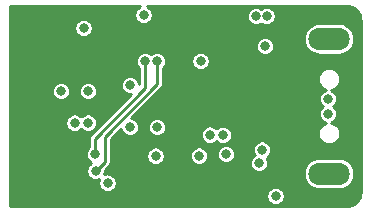
<source format=gbr>
G04 #@! TF.GenerationSoftware,KiCad,Pcbnew,5.1.6-c6e7f7d~86~ubuntu20.04.1*
G04 #@! TF.CreationDate,2020-05-29T14:13:17+02:00*
G04 #@! TF.ProjectId,atari-usb,61746172-692d-4757-9362-2e6b69636164,rev?*
G04 #@! TF.SameCoordinates,Original*
G04 #@! TF.FileFunction,Copper,L2,Inr*
G04 #@! TF.FilePolarity,Positive*
%FSLAX46Y46*%
G04 Gerber Fmt 4.6, Leading zero omitted, Abs format (unit mm)*
G04 Created by KiCad (PCBNEW 5.1.6-c6e7f7d~86~ubuntu20.04.1) date 2020-05-29 14:13:17*
%MOMM*%
%LPD*%
G01*
G04 APERTURE LIST*
G04 #@! TA.AperFunction,ViaPad*
%ADD10O,3.500000X1.900000*%
G04 #@! TD*
G04 #@! TA.AperFunction,ViaPad*
%ADD11C,0.800000*%
G04 #@! TD*
G04 #@! TA.AperFunction,Conductor*
%ADD12C,0.250000*%
G04 #@! TD*
G04 #@! TA.AperFunction,Conductor*
%ADD13C,0.254000*%
G04 #@! TD*
G04 APERTURE END LIST*
D10*
X149310000Y-90155000D03*
X149310000Y-78755000D03*
D11*
X149225000Y-85090000D03*
X149225000Y-83820000D03*
X148336000Y-84455000D03*
X140462000Y-82550000D03*
X126619000Y-85852000D03*
X128905000Y-92075000D03*
X129794000Y-76708000D03*
X132715012Y-80645000D03*
X139192000Y-82550000D03*
X130810000Y-89916000D03*
X146431000Y-89916000D03*
X149352000Y-80645000D03*
X134620000Y-88646000D03*
X138303000Y-88646000D03*
X126619000Y-83185000D03*
X133604000Y-76708000D03*
X144018000Y-76835000D03*
X143129000Y-76835000D03*
X144780000Y-92075000D03*
X130556000Y-90932000D03*
X143891000Y-79375000D03*
X140589000Y-88519000D03*
X134747000Y-80645000D03*
X129540000Y-89916000D03*
X129474998Y-88519000D03*
X133735653Y-80649653D03*
X127762000Y-85852000D03*
X128905000Y-85852000D03*
X128905000Y-83185000D03*
X128524000Y-77851000D03*
X132461000Y-82677000D03*
X134747000Y-86233000D03*
X139207997Y-86868012D03*
X132461000Y-86233000D03*
X143383000Y-89281000D03*
X140308961Y-86882423D03*
X143637000Y-88138000D03*
X138430000Y-80645000D03*
D12*
X134747000Y-81210685D02*
X134747000Y-80645000D01*
X130302000Y-87024911D02*
X134747000Y-82579911D01*
X130302000Y-89154000D02*
X130302000Y-87024911D01*
X134747000Y-82579911D02*
X134747000Y-81210685D01*
X129540000Y-89916000D02*
X130302000Y-89154000D01*
X129474998Y-87215503D02*
X129474998Y-88519000D01*
X133735653Y-82954848D02*
X129474998Y-87215503D01*
X133735653Y-80649653D02*
X133735653Y-82954848D01*
D13*
G36*
X133234058Y-76015887D02*
G01*
X133106141Y-76101358D01*
X132997358Y-76210141D01*
X132911887Y-76338058D01*
X132853013Y-76480191D01*
X132823000Y-76631078D01*
X132823000Y-76784922D01*
X132853013Y-76935809D01*
X132911887Y-77077942D01*
X132997358Y-77205859D01*
X133106141Y-77314642D01*
X133234058Y-77400113D01*
X133376191Y-77458987D01*
X133527078Y-77489000D01*
X133680922Y-77489000D01*
X133831809Y-77458987D01*
X133973942Y-77400113D01*
X134101859Y-77314642D01*
X134210642Y-77205859D01*
X134296113Y-77077942D01*
X134354987Y-76935809D01*
X134385000Y-76784922D01*
X134385000Y-76758078D01*
X142348000Y-76758078D01*
X142348000Y-76911922D01*
X142378013Y-77062809D01*
X142436887Y-77204942D01*
X142522358Y-77332859D01*
X142631141Y-77441642D01*
X142759058Y-77527113D01*
X142901191Y-77585987D01*
X143052078Y-77616000D01*
X143205922Y-77616000D01*
X143356809Y-77585987D01*
X143498942Y-77527113D01*
X143573500Y-77477295D01*
X143648058Y-77527113D01*
X143790191Y-77585987D01*
X143941078Y-77616000D01*
X144094922Y-77616000D01*
X144245809Y-77585987D01*
X144387942Y-77527113D01*
X144515859Y-77441642D01*
X144624642Y-77332859D01*
X144710113Y-77204942D01*
X144768987Y-77062809D01*
X144799000Y-76911922D01*
X144799000Y-76758078D01*
X144768987Y-76607191D01*
X144710113Y-76465058D01*
X144624642Y-76337141D01*
X144515859Y-76228358D01*
X144387942Y-76142887D01*
X144245809Y-76084013D01*
X144094922Y-76054000D01*
X143941078Y-76054000D01*
X143790191Y-76084013D01*
X143648058Y-76142887D01*
X143573500Y-76192705D01*
X143498942Y-76142887D01*
X143356809Y-76084013D01*
X143205922Y-76054000D01*
X143052078Y-76054000D01*
X142901191Y-76084013D01*
X142759058Y-76142887D01*
X142631141Y-76228358D01*
X142522358Y-76337141D01*
X142436887Y-76465058D01*
X142378013Y-76607191D01*
X142348000Y-76758078D01*
X134385000Y-76758078D01*
X134385000Y-76631078D01*
X134354987Y-76480191D01*
X134296113Y-76338058D01*
X134210642Y-76210141D01*
X134101859Y-76101358D01*
X133973942Y-76015887D01*
X133865576Y-75971000D01*
X150729146Y-75971000D01*
X150990442Y-75996620D01*
X151222693Y-76066741D01*
X151436897Y-76180636D01*
X151624898Y-76333966D01*
X151779537Y-76520892D01*
X151894925Y-76734297D01*
X151966664Y-76966050D01*
X151994000Y-77226133D01*
X151994001Y-91674136D01*
X151968380Y-91935442D01*
X151898260Y-92167692D01*
X151784368Y-92381891D01*
X151631036Y-92569896D01*
X151444109Y-92724536D01*
X151230702Y-92839925D01*
X150998951Y-92911664D01*
X150738867Y-92939000D01*
X122326000Y-92939000D01*
X122326000Y-91998078D01*
X143999000Y-91998078D01*
X143999000Y-92151922D01*
X144029013Y-92302809D01*
X144087887Y-92444942D01*
X144173358Y-92572859D01*
X144282141Y-92681642D01*
X144410058Y-92767113D01*
X144552191Y-92825987D01*
X144703078Y-92856000D01*
X144856922Y-92856000D01*
X145007809Y-92825987D01*
X145149942Y-92767113D01*
X145277859Y-92681642D01*
X145386642Y-92572859D01*
X145472113Y-92444942D01*
X145530987Y-92302809D01*
X145561000Y-92151922D01*
X145561000Y-91998078D01*
X145530987Y-91847191D01*
X145472113Y-91705058D01*
X145386642Y-91577141D01*
X145277859Y-91468358D01*
X145149942Y-91382887D01*
X145007809Y-91324013D01*
X144856922Y-91294000D01*
X144703078Y-91294000D01*
X144552191Y-91324013D01*
X144410058Y-91382887D01*
X144282141Y-91468358D01*
X144173358Y-91577141D01*
X144087887Y-91705058D01*
X144029013Y-91847191D01*
X143999000Y-91998078D01*
X122326000Y-91998078D01*
X122326000Y-88442078D01*
X128693998Y-88442078D01*
X128693998Y-88595922D01*
X128724011Y-88746809D01*
X128782885Y-88888942D01*
X128868356Y-89016859D01*
X128977139Y-89125642D01*
X129105056Y-89211113D01*
X129156984Y-89232623D01*
X129042141Y-89309358D01*
X128933358Y-89418141D01*
X128847887Y-89546058D01*
X128789013Y-89688191D01*
X128759000Y-89839078D01*
X128759000Y-89992922D01*
X128789013Y-90143809D01*
X128847887Y-90285942D01*
X128933358Y-90413859D01*
X129042141Y-90522642D01*
X129170058Y-90608113D01*
X129312191Y-90666987D01*
X129463078Y-90697000D01*
X129616922Y-90697000D01*
X129767809Y-90666987D01*
X129831321Y-90640679D01*
X129805013Y-90704191D01*
X129775000Y-90855078D01*
X129775000Y-91008922D01*
X129805013Y-91159809D01*
X129863887Y-91301942D01*
X129949358Y-91429859D01*
X130058141Y-91538642D01*
X130186058Y-91624113D01*
X130328191Y-91682987D01*
X130479078Y-91713000D01*
X130632922Y-91713000D01*
X130783809Y-91682987D01*
X130925942Y-91624113D01*
X131053859Y-91538642D01*
X131162642Y-91429859D01*
X131248113Y-91301942D01*
X131306987Y-91159809D01*
X131337000Y-91008922D01*
X131337000Y-90855078D01*
X131306987Y-90704191D01*
X131248113Y-90562058D01*
X131162642Y-90434141D01*
X131053859Y-90325358D01*
X130925942Y-90239887D01*
X130783809Y-90181013D01*
X130653032Y-90155000D01*
X147172560Y-90155000D01*
X147198259Y-90415922D01*
X147274367Y-90666816D01*
X147397959Y-90898042D01*
X147564287Y-91100713D01*
X147766958Y-91267041D01*
X147998184Y-91390633D01*
X148249078Y-91466741D01*
X148444615Y-91486000D01*
X150175385Y-91486000D01*
X150370922Y-91466741D01*
X150621816Y-91390633D01*
X150853042Y-91267041D01*
X151055713Y-91100713D01*
X151222041Y-90898042D01*
X151345633Y-90666816D01*
X151421741Y-90415922D01*
X151447440Y-90155000D01*
X151421741Y-89894078D01*
X151345633Y-89643184D01*
X151222041Y-89411958D01*
X151055713Y-89209287D01*
X150853042Y-89042959D01*
X150621816Y-88919367D01*
X150370922Y-88843259D01*
X150175385Y-88824000D01*
X148444615Y-88824000D01*
X148249078Y-88843259D01*
X147998184Y-88919367D01*
X147766958Y-89042959D01*
X147564287Y-89209287D01*
X147397959Y-89411958D01*
X147274367Y-89643184D01*
X147198259Y-89894078D01*
X147172560Y-90155000D01*
X130653032Y-90155000D01*
X130632922Y-90151000D01*
X130479078Y-90151000D01*
X130328191Y-90181013D01*
X130264679Y-90207321D01*
X130290987Y-90143809D01*
X130321000Y-89992922D01*
X130321000Y-89850592D01*
X130642220Y-89529372D01*
X130661527Y-89513527D01*
X130724759Y-89436479D01*
X130771745Y-89348575D01*
X130800678Y-89253193D01*
X130808000Y-89178854D01*
X130808000Y-89178853D01*
X130810448Y-89154000D01*
X130808000Y-89129146D01*
X130808000Y-88569078D01*
X133839000Y-88569078D01*
X133839000Y-88722922D01*
X133869013Y-88873809D01*
X133927887Y-89015942D01*
X134013358Y-89143859D01*
X134122141Y-89252642D01*
X134250058Y-89338113D01*
X134392191Y-89396987D01*
X134543078Y-89427000D01*
X134696922Y-89427000D01*
X134847809Y-89396987D01*
X134989942Y-89338113D01*
X135117859Y-89252642D01*
X135226642Y-89143859D01*
X135312113Y-89015942D01*
X135370987Y-88873809D01*
X135401000Y-88722922D01*
X135401000Y-88569078D01*
X137522000Y-88569078D01*
X137522000Y-88722922D01*
X137552013Y-88873809D01*
X137610887Y-89015942D01*
X137696358Y-89143859D01*
X137805141Y-89252642D01*
X137933058Y-89338113D01*
X138075191Y-89396987D01*
X138226078Y-89427000D01*
X138379922Y-89427000D01*
X138530809Y-89396987D01*
X138672942Y-89338113D01*
X138800859Y-89252642D01*
X138909642Y-89143859D01*
X138995113Y-89015942D01*
X139053987Y-88873809D01*
X139084000Y-88722922D01*
X139084000Y-88569078D01*
X139058739Y-88442078D01*
X139808000Y-88442078D01*
X139808000Y-88595922D01*
X139838013Y-88746809D01*
X139896887Y-88888942D01*
X139982358Y-89016859D01*
X140091141Y-89125642D01*
X140219058Y-89211113D01*
X140361191Y-89269987D01*
X140512078Y-89300000D01*
X140665922Y-89300000D01*
X140816809Y-89269987D01*
X140958942Y-89211113D01*
X140969470Y-89204078D01*
X142602000Y-89204078D01*
X142602000Y-89357922D01*
X142632013Y-89508809D01*
X142690887Y-89650942D01*
X142776358Y-89778859D01*
X142885141Y-89887642D01*
X143013058Y-89973113D01*
X143155191Y-90031987D01*
X143306078Y-90062000D01*
X143459922Y-90062000D01*
X143610809Y-90031987D01*
X143752942Y-89973113D01*
X143880859Y-89887642D01*
X143989642Y-89778859D01*
X144075113Y-89650942D01*
X144133987Y-89508809D01*
X144164000Y-89357922D01*
X144164000Y-89204078D01*
X144133987Y-89053191D01*
X144075113Y-88911058D01*
X144016680Y-88823606D01*
X144134859Y-88744642D01*
X144243642Y-88635859D01*
X144329113Y-88507942D01*
X144387987Y-88365809D01*
X144418000Y-88214922D01*
X144418000Y-88061078D01*
X144387987Y-87910191D01*
X144329113Y-87768058D01*
X144243642Y-87640141D01*
X144134859Y-87531358D01*
X144006942Y-87445887D01*
X143864809Y-87387013D01*
X143713922Y-87357000D01*
X143560078Y-87357000D01*
X143409191Y-87387013D01*
X143267058Y-87445887D01*
X143139141Y-87531358D01*
X143030358Y-87640141D01*
X142944887Y-87768058D01*
X142886013Y-87910191D01*
X142856000Y-88061078D01*
X142856000Y-88214922D01*
X142886013Y-88365809D01*
X142944887Y-88507942D01*
X143003320Y-88595394D01*
X142885141Y-88674358D01*
X142776358Y-88783141D01*
X142690887Y-88911058D01*
X142632013Y-89053191D01*
X142602000Y-89204078D01*
X140969470Y-89204078D01*
X141086859Y-89125642D01*
X141195642Y-89016859D01*
X141281113Y-88888942D01*
X141339987Y-88746809D01*
X141370000Y-88595922D01*
X141370000Y-88442078D01*
X141339987Y-88291191D01*
X141281113Y-88149058D01*
X141195642Y-88021141D01*
X141086859Y-87912358D01*
X140958942Y-87826887D01*
X140816809Y-87768013D01*
X140665922Y-87738000D01*
X140512078Y-87738000D01*
X140361191Y-87768013D01*
X140219058Y-87826887D01*
X140091141Y-87912358D01*
X139982358Y-88021141D01*
X139896887Y-88149058D01*
X139838013Y-88291191D01*
X139808000Y-88442078D01*
X139058739Y-88442078D01*
X139053987Y-88418191D01*
X138995113Y-88276058D01*
X138909642Y-88148141D01*
X138800859Y-88039358D01*
X138672942Y-87953887D01*
X138530809Y-87895013D01*
X138379922Y-87865000D01*
X138226078Y-87865000D01*
X138075191Y-87895013D01*
X137933058Y-87953887D01*
X137805141Y-88039358D01*
X137696358Y-88148141D01*
X137610887Y-88276058D01*
X137552013Y-88418191D01*
X137522000Y-88569078D01*
X135401000Y-88569078D01*
X135370987Y-88418191D01*
X135312113Y-88276058D01*
X135226642Y-88148141D01*
X135117859Y-88039358D01*
X134989942Y-87953887D01*
X134847809Y-87895013D01*
X134696922Y-87865000D01*
X134543078Y-87865000D01*
X134392191Y-87895013D01*
X134250058Y-87953887D01*
X134122141Y-88039358D01*
X134013358Y-88148141D01*
X133927887Y-88276058D01*
X133869013Y-88418191D01*
X133839000Y-88569078D01*
X130808000Y-88569078D01*
X130808000Y-87234502D01*
X131688724Y-86353779D01*
X131710013Y-86460809D01*
X131768887Y-86602942D01*
X131854358Y-86730859D01*
X131963141Y-86839642D01*
X132091058Y-86925113D01*
X132233191Y-86983987D01*
X132384078Y-87014000D01*
X132537922Y-87014000D01*
X132688809Y-86983987D01*
X132830942Y-86925113D01*
X132958859Y-86839642D01*
X133067642Y-86730859D01*
X133153113Y-86602942D01*
X133211987Y-86460809D01*
X133242000Y-86309922D01*
X133242000Y-86156078D01*
X133966000Y-86156078D01*
X133966000Y-86309922D01*
X133996013Y-86460809D01*
X134054887Y-86602942D01*
X134140358Y-86730859D01*
X134249141Y-86839642D01*
X134377058Y-86925113D01*
X134519191Y-86983987D01*
X134670078Y-87014000D01*
X134823922Y-87014000D01*
X134974809Y-86983987D01*
X135116942Y-86925113D01*
X135244859Y-86839642D01*
X135293411Y-86791090D01*
X138426997Y-86791090D01*
X138426997Y-86944934D01*
X138457010Y-87095821D01*
X138515884Y-87237954D01*
X138601355Y-87365871D01*
X138710138Y-87474654D01*
X138838055Y-87560125D01*
X138980188Y-87618999D01*
X139131075Y-87649012D01*
X139284919Y-87649012D01*
X139435806Y-87618999D01*
X139577939Y-87560125D01*
X139705856Y-87474654D01*
X139751274Y-87429237D01*
X139811102Y-87489065D01*
X139939019Y-87574536D01*
X140081152Y-87633410D01*
X140232039Y-87663423D01*
X140385883Y-87663423D01*
X140536770Y-87633410D01*
X140678903Y-87574536D01*
X140806820Y-87489065D01*
X140915603Y-87380282D01*
X141001074Y-87252365D01*
X141059948Y-87110232D01*
X141089961Y-86959345D01*
X141089961Y-86805501D01*
X141059948Y-86654614D01*
X141001074Y-86512481D01*
X140915603Y-86384564D01*
X140806820Y-86275781D01*
X140678903Y-86190310D01*
X140536770Y-86131436D01*
X140385883Y-86101423D01*
X140232039Y-86101423D01*
X140081152Y-86131436D01*
X139939019Y-86190310D01*
X139811102Y-86275781D01*
X139765685Y-86321199D01*
X139705856Y-86261370D01*
X139577939Y-86175899D01*
X139435806Y-86117025D01*
X139284919Y-86087012D01*
X139131075Y-86087012D01*
X138980188Y-86117025D01*
X138838055Y-86175899D01*
X138710138Y-86261370D01*
X138601355Y-86370153D01*
X138515884Y-86498070D01*
X138457010Y-86640203D01*
X138426997Y-86791090D01*
X135293411Y-86791090D01*
X135353642Y-86730859D01*
X135439113Y-86602942D01*
X135497987Y-86460809D01*
X135528000Y-86309922D01*
X135528000Y-86156078D01*
X135497987Y-86005191D01*
X135439113Y-85863058D01*
X135353642Y-85735141D01*
X135244859Y-85626358D01*
X135116942Y-85540887D01*
X134974809Y-85482013D01*
X134823922Y-85452000D01*
X134670078Y-85452000D01*
X134519191Y-85482013D01*
X134377058Y-85540887D01*
X134249141Y-85626358D01*
X134140358Y-85735141D01*
X134054887Y-85863058D01*
X133996013Y-86005191D01*
X133966000Y-86156078D01*
X133242000Y-86156078D01*
X133211987Y-86005191D01*
X133153113Y-85863058D01*
X133067642Y-85735141D01*
X132958859Y-85626358D01*
X132830942Y-85540887D01*
X132688809Y-85482013D01*
X132581779Y-85460724D01*
X135087220Y-82955283D01*
X135106527Y-82939438D01*
X135169759Y-82862390D01*
X135216745Y-82774486D01*
X135245678Y-82679104D01*
X135253000Y-82604765D01*
X135253000Y-82604758D01*
X135255447Y-82579912D01*
X135253000Y-82555066D01*
X135253000Y-82063304D01*
X148379000Y-82063304D01*
X148379000Y-82246696D01*
X148414778Y-82426563D01*
X148484958Y-82595994D01*
X148586845Y-82748478D01*
X148716522Y-82878155D01*
X148869006Y-82980042D01*
X149038437Y-83050222D01*
X149065049Y-83055515D01*
X148997191Y-83069013D01*
X148855058Y-83127887D01*
X148727141Y-83213358D01*
X148618358Y-83322141D01*
X148532887Y-83450058D01*
X148474013Y-83592191D01*
X148444000Y-83743078D01*
X148444000Y-83896922D01*
X148474013Y-84047809D01*
X148532887Y-84189942D01*
X148618358Y-84317859D01*
X148727141Y-84426642D01*
X148769582Y-84455000D01*
X148727141Y-84483358D01*
X148618358Y-84592141D01*
X148532887Y-84720058D01*
X148474013Y-84862191D01*
X148444000Y-85013078D01*
X148444000Y-85166922D01*
X148474013Y-85317809D01*
X148532887Y-85459942D01*
X148618358Y-85587859D01*
X148727141Y-85696642D01*
X148855058Y-85782113D01*
X148997191Y-85840987D01*
X149065049Y-85854485D01*
X149038437Y-85859778D01*
X148869006Y-85929958D01*
X148716522Y-86031845D01*
X148586845Y-86161522D01*
X148484958Y-86314006D01*
X148414778Y-86483437D01*
X148379000Y-86663304D01*
X148379000Y-86846696D01*
X148414778Y-87026563D01*
X148484958Y-87195994D01*
X148586845Y-87348478D01*
X148716522Y-87478155D01*
X148869006Y-87580042D01*
X149038437Y-87650222D01*
X149218304Y-87686000D01*
X149401696Y-87686000D01*
X149581563Y-87650222D01*
X149750994Y-87580042D01*
X149903478Y-87478155D01*
X150033155Y-87348478D01*
X150135042Y-87195994D01*
X150205222Y-87026563D01*
X150241000Y-86846696D01*
X150241000Y-86663304D01*
X150205222Y-86483437D01*
X150135042Y-86314006D01*
X150033155Y-86161522D01*
X149903478Y-86031845D01*
X149750994Y-85929958D01*
X149581563Y-85859778D01*
X149463932Y-85836380D01*
X149594942Y-85782113D01*
X149722859Y-85696642D01*
X149831642Y-85587859D01*
X149917113Y-85459942D01*
X149975987Y-85317809D01*
X150006000Y-85166922D01*
X150006000Y-85013078D01*
X149975987Y-84862191D01*
X149917113Y-84720058D01*
X149831642Y-84592141D01*
X149722859Y-84483358D01*
X149680418Y-84455000D01*
X149722859Y-84426642D01*
X149831642Y-84317859D01*
X149917113Y-84189942D01*
X149975987Y-84047809D01*
X150006000Y-83896922D01*
X150006000Y-83743078D01*
X149975987Y-83592191D01*
X149917113Y-83450058D01*
X149831642Y-83322141D01*
X149722859Y-83213358D01*
X149594942Y-83127887D01*
X149463932Y-83073620D01*
X149581563Y-83050222D01*
X149750994Y-82980042D01*
X149903478Y-82878155D01*
X150033155Y-82748478D01*
X150135042Y-82595994D01*
X150205222Y-82426563D01*
X150241000Y-82246696D01*
X150241000Y-82063304D01*
X150205222Y-81883437D01*
X150135042Y-81714006D01*
X150033155Y-81561522D01*
X149903478Y-81431845D01*
X149750994Y-81329958D01*
X149581563Y-81259778D01*
X149401696Y-81224000D01*
X149218304Y-81224000D01*
X149038437Y-81259778D01*
X148869006Y-81329958D01*
X148716522Y-81431845D01*
X148586845Y-81561522D01*
X148484958Y-81714006D01*
X148414778Y-81883437D01*
X148379000Y-82063304D01*
X135253000Y-82063304D01*
X135253000Y-81243501D01*
X135353642Y-81142859D01*
X135439113Y-81014942D01*
X135497987Y-80872809D01*
X135528000Y-80721922D01*
X135528000Y-80568078D01*
X137649000Y-80568078D01*
X137649000Y-80721922D01*
X137679013Y-80872809D01*
X137737887Y-81014942D01*
X137823358Y-81142859D01*
X137932141Y-81251642D01*
X138060058Y-81337113D01*
X138202191Y-81395987D01*
X138353078Y-81426000D01*
X138506922Y-81426000D01*
X138657809Y-81395987D01*
X138799942Y-81337113D01*
X138927859Y-81251642D01*
X139036642Y-81142859D01*
X139122113Y-81014942D01*
X139180987Y-80872809D01*
X139211000Y-80721922D01*
X139211000Y-80568078D01*
X139180987Y-80417191D01*
X139122113Y-80275058D01*
X139036642Y-80147141D01*
X138927859Y-80038358D01*
X138799942Y-79952887D01*
X138657809Y-79894013D01*
X138506922Y-79864000D01*
X138353078Y-79864000D01*
X138202191Y-79894013D01*
X138060058Y-79952887D01*
X137932141Y-80038358D01*
X137823358Y-80147141D01*
X137737887Y-80275058D01*
X137679013Y-80417191D01*
X137649000Y-80568078D01*
X135528000Y-80568078D01*
X135497987Y-80417191D01*
X135439113Y-80275058D01*
X135353642Y-80147141D01*
X135244859Y-80038358D01*
X135116942Y-79952887D01*
X134974809Y-79894013D01*
X134823922Y-79864000D01*
X134670078Y-79864000D01*
X134519191Y-79894013D01*
X134377058Y-79952887D01*
X134249141Y-80038358D01*
X134239000Y-80048499D01*
X134233512Y-80043011D01*
X134105595Y-79957540D01*
X133963462Y-79898666D01*
X133812575Y-79868653D01*
X133658731Y-79868653D01*
X133507844Y-79898666D01*
X133365711Y-79957540D01*
X133237794Y-80043011D01*
X133129011Y-80151794D01*
X133043540Y-80279711D01*
X132984666Y-80421844D01*
X132954653Y-80572731D01*
X132954653Y-80726575D01*
X132984666Y-80877462D01*
X133043540Y-81019595D01*
X133129011Y-81147512D01*
X133229653Y-81248154D01*
X133229654Y-82538009D01*
X133211987Y-82449191D01*
X133153113Y-82307058D01*
X133067642Y-82179141D01*
X132958859Y-82070358D01*
X132830942Y-81984887D01*
X132688809Y-81926013D01*
X132537922Y-81896000D01*
X132384078Y-81896000D01*
X132233191Y-81926013D01*
X132091058Y-81984887D01*
X131963141Y-82070358D01*
X131854358Y-82179141D01*
X131768887Y-82307058D01*
X131710013Y-82449191D01*
X131680000Y-82600078D01*
X131680000Y-82753922D01*
X131710013Y-82904809D01*
X131768887Y-83046942D01*
X131854358Y-83174859D01*
X131963141Y-83283642D01*
X132091058Y-83369113D01*
X132233191Y-83427987D01*
X132384078Y-83458000D01*
X132516909Y-83458000D01*
X129134783Y-86840127D01*
X129115471Y-86855976D01*
X129052239Y-86933024D01*
X129005253Y-87020929D01*
X128976320Y-87116311D01*
X128968998Y-87190650D01*
X128968998Y-87190657D01*
X128966551Y-87215503D01*
X128968998Y-87240350D01*
X128968999Y-87920498D01*
X128868356Y-88021141D01*
X128782885Y-88149058D01*
X128724011Y-88291191D01*
X128693998Y-88442078D01*
X122326000Y-88442078D01*
X122326000Y-85775078D01*
X126981000Y-85775078D01*
X126981000Y-85928922D01*
X127011013Y-86079809D01*
X127069887Y-86221942D01*
X127155358Y-86349859D01*
X127264141Y-86458642D01*
X127392058Y-86544113D01*
X127534191Y-86602987D01*
X127685078Y-86633000D01*
X127838922Y-86633000D01*
X127989809Y-86602987D01*
X128131942Y-86544113D01*
X128259859Y-86458642D01*
X128333500Y-86385001D01*
X128407141Y-86458642D01*
X128535058Y-86544113D01*
X128677191Y-86602987D01*
X128828078Y-86633000D01*
X128981922Y-86633000D01*
X129132809Y-86602987D01*
X129274942Y-86544113D01*
X129402859Y-86458642D01*
X129511642Y-86349859D01*
X129597113Y-86221942D01*
X129655987Y-86079809D01*
X129686000Y-85928922D01*
X129686000Y-85775078D01*
X129655987Y-85624191D01*
X129597113Y-85482058D01*
X129511642Y-85354141D01*
X129402859Y-85245358D01*
X129274942Y-85159887D01*
X129132809Y-85101013D01*
X128981922Y-85071000D01*
X128828078Y-85071000D01*
X128677191Y-85101013D01*
X128535058Y-85159887D01*
X128407141Y-85245358D01*
X128333500Y-85318999D01*
X128259859Y-85245358D01*
X128131942Y-85159887D01*
X127989809Y-85101013D01*
X127838922Y-85071000D01*
X127685078Y-85071000D01*
X127534191Y-85101013D01*
X127392058Y-85159887D01*
X127264141Y-85245358D01*
X127155358Y-85354141D01*
X127069887Y-85482058D01*
X127011013Y-85624191D01*
X126981000Y-85775078D01*
X122326000Y-85775078D01*
X122326000Y-83108078D01*
X125838000Y-83108078D01*
X125838000Y-83261922D01*
X125868013Y-83412809D01*
X125926887Y-83554942D01*
X126012358Y-83682859D01*
X126121141Y-83791642D01*
X126249058Y-83877113D01*
X126391191Y-83935987D01*
X126542078Y-83966000D01*
X126695922Y-83966000D01*
X126846809Y-83935987D01*
X126988942Y-83877113D01*
X127116859Y-83791642D01*
X127225642Y-83682859D01*
X127311113Y-83554942D01*
X127369987Y-83412809D01*
X127400000Y-83261922D01*
X127400000Y-83108078D01*
X128124000Y-83108078D01*
X128124000Y-83261922D01*
X128154013Y-83412809D01*
X128212887Y-83554942D01*
X128298358Y-83682859D01*
X128407141Y-83791642D01*
X128535058Y-83877113D01*
X128677191Y-83935987D01*
X128828078Y-83966000D01*
X128981922Y-83966000D01*
X129132809Y-83935987D01*
X129274942Y-83877113D01*
X129402859Y-83791642D01*
X129511642Y-83682859D01*
X129597113Y-83554942D01*
X129655987Y-83412809D01*
X129686000Y-83261922D01*
X129686000Y-83108078D01*
X129655987Y-82957191D01*
X129597113Y-82815058D01*
X129511642Y-82687141D01*
X129402859Y-82578358D01*
X129274942Y-82492887D01*
X129132809Y-82434013D01*
X128981922Y-82404000D01*
X128828078Y-82404000D01*
X128677191Y-82434013D01*
X128535058Y-82492887D01*
X128407141Y-82578358D01*
X128298358Y-82687141D01*
X128212887Y-82815058D01*
X128154013Y-82957191D01*
X128124000Y-83108078D01*
X127400000Y-83108078D01*
X127369987Y-82957191D01*
X127311113Y-82815058D01*
X127225642Y-82687141D01*
X127116859Y-82578358D01*
X126988942Y-82492887D01*
X126846809Y-82434013D01*
X126695922Y-82404000D01*
X126542078Y-82404000D01*
X126391191Y-82434013D01*
X126249058Y-82492887D01*
X126121141Y-82578358D01*
X126012358Y-82687141D01*
X125926887Y-82815058D01*
X125868013Y-82957191D01*
X125838000Y-83108078D01*
X122326000Y-83108078D01*
X122326000Y-79298078D01*
X143110000Y-79298078D01*
X143110000Y-79451922D01*
X143140013Y-79602809D01*
X143198887Y-79744942D01*
X143284358Y-79872859D01*
X143393141Y-79981642D01*
X143521058Y-80067113D01*
X143663191Y-80125987D01*
X143814078Y-80156000D01*
X143967922Y-80156000D01*
X144118809Y-80125987D01*
X144260942Y-80067113D01*
X144388859Y-79981642D01*
X144497642Y-79872859D01*
X144583113Y-79744942D01*
X144641987Y-79602809D01*
X144672000Y-79451922D01*
X144672000Y-79298078D01*
X144641987Y-79147191D01*
X144583113Y-79005058D01*
X144497642Y-78877141D01*
X144388859Y-78768358D01*
X144368868Y-78755000D01*
X147172560Y-78755000D01*
X147198259Y-79015922D01*
X147274367Y-79266816D01*
X147397959Y-79498042D01*
X147564287Y-79700713D01*
X147766958Y-79867041D01*
X147998184Y-79990633D01*
X148249078Y-80066741D01*
X148444615Y-80086000D01*
X150175385Y-80086000D01*
X150370922Y-80066741D01*
X150621816Y-79990633D01*
X150853042Y-79867041D01*
X151055713Y-79700713D01*
X151222041Y-79498042D01*
X151345633Y-79266816D01*
X151421741Y-79015922D01*
X151447440Y-78755000D01*
X151421741Y-78494078D01*
X151345633Y-78243184D01*
X151222041Y-78011958D01*
X151055713Y-77809287D01*
X150853042Y-77642959D01*
X150621816Y-77519367D01*
X150370922Y-77443259D01*
X150175385Y-77424000D01*
X148444615Y-77424000D01*
X148249078Y-77443259D01*
X147998184Y-77519367D01*
X147766958Y-77642959D01*
X147564287Y-77809287D01*
X147397959Y-78011958D01*
X147274367Y-78243184D01*
X147198259Y-78494078D01*
X147172560Y-78755000D01*
X144368868Y-78755000D01*
X144260942Y-78682887D01*
X144118809Y-78624013D01*
X143967922Y-78594000D01*
X143814078Y-78594000D01*
X143663191Y-78624013D01*
X143521058Y-78682887D01*
X143393141Y-78768358D01*
X143284358Y-78877141D01*
X143198887Y-79005058D01*
X143140013Y-79147191D01*
X143110000Y-79298078D01*
X122326000Y-79298078D01*
X122326000Y-77774078D01*
X127743000Y-77774078D01*
X127743000Y-77927922D01*
X127773013Y-78078809D01*
X127831887Y-78220942D01*
X127917358Y-78348859D01*
X128026141Y-78457642D01*
X128154058Y-78543113D01*
X128296191Y-78601987D01*
X128447078Y-78632000D01*
X128600922Y-78632000D01*
X128751809Y-78601987D01*
X128893942Y-78543113D01*
X129021859Y-78457642D01*
X129130642Y-78348859D01*
X129216113Y-78220942D01*
X129274987Y-78078809D01*
X129305000Y-77927922D01*
X129305000Y-77774078D01*
X129274987Y-77623191D01*
X129216113Y-77481058D01*
X129130642Y-77353141D01*
X129021859Y-77244358D01*
X128893942Y-77158887D01*
X128751809Y-77100013D01*
X128600922Y-77070000D01*
X128447078Y-77070000D01*
X128296191Y-77100013D01*
X128154058Y-77158887D01*
X128026141Y-77244358D01*
X127917358Y-77353141D01*
X127831887Y-77481058D01*
X127773013Y-77623191D01*
X127743000Y-77774078D01*
X122326000Y-77774078D01*
X122326000Y-75971000D01*
X133342424Y-75971000D01*
X133234058Y-76015887D01*
G37*
X133234058Y-76015887D02*
X133106141Y-76101358D01*
X132997358Y-76210141D01*
X132911887Y-76338058D01*
X132853013Y-76480191D01*
X132823000Y-76631078D01*
X132823000Y-76784922D01*
X132853013Y-76935809D01*
X132911887Y-77077942D01*
X132997358Y-77205859D01*
X133106141Y-77314642D01*
X133234058Y-77400113D01*
X133376191Y-77458987D01*
X133527078Y-77489000D01*
X133680922Y-77489000D01*
X133831809Y-77458987D01*
X133973942Y-77400113D01*
X134101859Y-77314642D01*
X134210642Y-77205859D01*
X134296113Y-77077942D01*
X134354987Y-76935809D01*
X134385000Y-76784922D01*
X134385000Y-76758078D01*
X142348000Y-76758078D01*
X142348000Y-76911922D01*
X142378013Y-77062809D01*
X142436887Y-77204942D01*
X142522358Y-77332859D01*
X142631141Y-77441642D01*
X142759058Y-77527113D01*
X142901191Y-77585987D01*
X143052078Y-77616000D01*
X143205922Y-77616000D01*
X143356809Y-77585987D01*
X143498942Y-77527113D01*
X143573500Y-77477295D01*
X143648058Y-77527113D01*
X143790191Y-77585987D01*
X143941078Y-77616000D01*
X144094922Y-77616000D01*
X144245809Y-77585987D01*
X144387942Y-77527113D01*
X144515859Y-77441642D01*
X144624642Y-77332859D01*
X144710113Y-77204942D01*
X144768987Y-77062809D01*
X144799000Y-76911922D01*
X144799000Y-76758078D01*
X144768987Y-76607191D01*
X144710113Y-76465058D01*
X144624642Y-76337141D01*
X144515859Y-76228358D01*
X144387942Y-76142887D01*
X144245809Y-76084013D01*
X144094922Y-76054000D01*
X143941078Y-76054000D01*
X143790191Y-76084013D01*
X143648058Y-76142887D01*
X143573500Y-76192705D01*
X143498942Y-76142887D01*
X143356809Y-76084013D01*
X143205922Y-76054000D01*
X143052078Y-76054000D01*
X142901191Y-76084013D01*
X142759058Y-76142887D01*
X142631141Y-76228358D01*
X142522358Y-76337141D01*
X142436887Y-76465058D01*
X142378013Y-76607191D01*
X142348000Y-76758078D01*
X134385000Y-76758078D01*
X134385000Y-76631078D01*
X134354987Y-76480191D01*
X134296113Y-76338058D01*
X134210642Y-76210141D01*
X134101859Y-76101358D01*
X133973942Y-76015887D01*
X133865576Y-75971000D01*
X150729146Y-75971000D01*
X150990442Y-75996620D01*
X151222693Y-76066741D01*
X151436897Y-76180636D01*
X151624898Y-76333966D01*
X151779537Y-76520892D01*
X151894925Y-76734297D01*
X151966664Y-76966050D01*
X151994000Y-77226133D01*
X151994001Y-91674136D01*
X151968380Y-91935442D01*
X151898260Y-92167692D01*
X151784368Y-92381891D01*
X151631036Y-92569896D01*
X151444109Y-92724536D01*
X151230702Y-92839925D01*
X150998951Y-92911664D01*
X150738867Y-92939000D01*
X122326000Y-92939000D01*
X122326000Y-91998078D01*
X143999000Y-91998078D01*
X143999000Y-92151922D01*
X144029013Y-92302809D01*
X144087887Y-92444942D01*
X144173358Y-92572859D01*
X144282141Y-92681642D01*
X144410058Y-92767113D01*
X144552191Y-92825987D01*
X144703078Y-92856000D01*
X144856922Y-92856000D01*
X145007809Y-92825987D01*
X145149942Y-92767113D01*
X145277859Y-92681642D01*
X145386642Y-92572859D01*
X145472113Y-92444942D01*
X145530987Y-92302809D01*
X145561000Y-92151922D01*
X145561000Y-91998078D01*
X145530987Y-91847191D01*
X145472113Y-91705058D01*
X145386642Y-91577141D01*
X145277859Y-91468358D01*
X145149942Y-91382887D01*
X145007809Y-91324013D01*
X144856922Y-91294000D01*
X144703078Y-91294000D01*
X144552191Y-91324013D01*
X144410058Y-91382887D01*
X144282141Y-91468358D01*
X144173358Y-91577141D01*
X144087887Y-91705058D01*
X144029013Y-91847191D01*
X143999000Y-91998078D01*
X122326000Y-91998078D01*
X122326000Y-88442078D01*
X128693998Y-88442078D01*
X128693998Y-88595922D01*
X128724011Y-88746809D01*
X128782885Y-88888942D01*
X128868356Y-89016859D01*
X128977139Y-89125642D01*
X129105056Y-89211113D01*
X129156984Y-89232623D01*
X129042141Y-89309358D01*
X128933358Y-89418141D01*
X128847887Y-89546058D01*
X128789013Y-89688191D01*
X128759000Y-89839078D01*
X128759000Y-89992922D01*
X128789013Y-90143809D01*
X128847887Y-90285942D01*
X128933358Y-90413859D01*
X129042141Y-90522642D01*
X129170058Y-90608113D01*
X129312191Y-90666987D01*
X129463078Y-90697000D01*
X129616922Y-90697000D01*
X129767809Y-90666987D01*
X129831321Y-90640679D01*
X129805013Y-90704191D01*
X129775000Y-90855078D01*
X129775000Y-91008922D01*
X129805013Y-91159809D01*
X129863887Y-91301942D01*
X129949358Y-91429859D01*
X130058141Y-91538642D01*
X130186058Y-91624113D01*
X130328191Y-91682987D01*
X130479078Y-91713000D01*
X130632922Y-91713000D01*
X130783809Y-91682987D01*
X130925942Y-91624113D01*
X131053859Y-91538642D01*
X131162642Y-91429859D01*
X131248113Y-91301942D01*
X131306987Y-91159809D01*
X131337000Y-91008922D01*
X131337000Y-90855078D01*
X131306987Y-90704191D01*
X131248113Y-90562058D01*
X131162642Y-90434141D01*
X131053859Y-90325358D01*
X130925942Y-90239887D01*
X130783809Y-90181013D01*
X130653032Y-90155000D01*
X147172560Y-90155000D01*
X147198259Y-90415922D01*
X147274367Y-90666816D01*
X147397959Y-90898042D01*
X147564287Y-91100713D01*
X147766958Y-91267041D01*
X147998184Y-91390633D01*
X148249078Y-91466741D01*
X148444615Y-91486000D01*
X150175385Y-91486000D01*
X150370922Y-91466741D01*
X150621816Y-91390633D01*
X150853042Y-91267041D01*
X151055713Y-91100713D01*
X151222041Y-90898042D01*
X151345633Y-90666816D01*
X151421741Y-90415922D01*
X151447440Y-90155000D01*
X151421741Y-89894078D01*
X151345633Y-89643184D01*
X151222041Y-89411958D01*
X151055713Y-89209287D01*
X150853042Y-89042959D01*
X150621816Y-88919367D01*
X150370922Y-88843259D01*
X150175385Y-88824000D01*
X148444615Y-88824000D01*
X148249078Y-88843259D01*
X147998184Y-88919367D01*
X147766958Y-89042959D01*
X147564287Y-89209287D01*
X147397959Y-89411958D01*
X147274367Y-89643184D01*
X147198259Y-89894078D01*
X147172560Y-90155000D01*
X130653032Y-90155000D01*
X130632922Y-90151000D01*
X130479078Y-90151000D01*
X130328191Y-90181013D01*
X130264679Y-90207321D01*
X130290987Y-90143809D01*
X130321000Y-89992922D01*
X130321000Y-89850592D01*
X130642220Y-89529372D01*
X130661527Y-89513527D01*
X130724759Y-89436479D01*
X130771745Y-89348575D01*
X130800678Y-89253193D01*
X130808000Y-89178854D01*
X130808000Y-89178853D01*
X130810448Y-89154000D01*
X130808000Y-89129146D01*
X130808000Y-88569078D01*
X133839000Y-88569078D01*
X133839000Y-88722922D01*
X133869013Y-88873809D01*
X133927887Y-89015942D01*
X134013358Y-89143859D01*
X134122141Y-89252642D01*
X134250058Y-89338113D01*
X134392191Y-89396987D01*
X134543078Y-89427000D01*
X134696922Y-89427000D01*
X134847809Y-89396987D01*
X134989942Y-89338113D01*
X135117859Y-89252642D01*
X135226642Y-89143859D01*
X135312113Y-89015942D01*
X135370987Y-88873809D01*
X135401000Y-88722922D01*
X135401000Y-88569078D01*
X137522000Y-88569078D01*
X137522000Y-88722922D01*
X137552013Y-88873809D01*
X137610887Y-89015942D01*
X137696358Y-89143859D01*
X137805141Y-89252642D01*
X137933058Y-89338113D01*
X138075191Y-89396987D01*
X138226078Y-89427000D01*
X138379922Y-89427000D01*
X138530809Y-89396987D01*
X138672942Y-89338113D01*
X138800859Y-89252642D01*
X138909642Y-89143859D01*
X138995113Y-89015942D01*
X139053987Y-88873809D01*
X139084000Y-88722922D01*
X139084000Y-88569078D01*
X139058739Y-88442078D01*
X139808000Y-88442078D01*
X139808000Y-88595922D01*
X139838013Y-88746809D01*
X139896887Y-88888942D01*
X139982358Y-89016859D01*
X140091141Y-89125642D01*
X140219058Y-89211113D01*
X140361191Y-89269987D01*
X140512078Y-89300000D01*
X140665922Y-89300000D01*
X140816809Y-89269987D01*
X140958942Y-89211113D01*
X140969470Y-89204078D01*
X142602000Y-89204078D01*
X142602000Y-89357922D01*
X142632013Y-89508809D01*
X142690887Y-89650942D01*
X142776358Y-89778859D01*
X142885141Y-89887642D01*
X143013058Y-89973113D01*
X143155191Y-90031987D01*
X143306078Y-90062000D01*
X143459922Y-90062000D01*
X143610809Y-90031987D01*
X143752942Y-89973113D01*
X143880859Y-89887642D01*
X143989642Y-89778859D01*
X144075113Y-89650942D01*
X144133987Y-89508809D01*
X144164000Y-89357922D01*
X144164000Y-89204078D01*
X144133987Y-89053191D01*
X144075113Y-88911058D01*
X144016680Y-88823606D01*
X144134859Y-88744642D01*
X144243642Y-88635859D01*
X144329113Y-88507942D01*
X144387987Y-88365809D01*
X144418000Y-88214922D01*
X144418000Y-88061078D01*
X144387987Y-87910191D01*
X144329113Y-87768058D01*
X144243642Y-87640141D01*
X144134859Y-87531358D01*
X144006942Y-87445887D01*
X143864809Y-87387013D01*
X143713922Y-87357000D01*
X143560078Y-87357000D01*
X143409191Y-87387013D01*
X143267058Y-87445887D01*
X143139141Y-87531358D01*
X143030358Y-87640141D01*
X142944887Y-87768058D01*
X142886013Y-87910191D01*
X142856000Y-88061078D01*
X142856000Y-88214922D01*
X142886013Y-88365809D01*
X142944887Y-88507942D01*
X143003320Y-88595394D01*
X142885141Y-88674358D01*
X142776358Y-88783141D01*
X142690887Y-88911058D01*
X142632013Y-89053191D01*
X142602000Y-89204078D01*
X140969470Y-89204078D01*
X141086859Y-89125642D01*
X141195642Y-89016859D01*
X141281113Y-88888942D01*
X141339987Y-88746809D01*
X141370000Y-88595922D01*
X141370000Y-88442078D01*
X141339987Y-88291191D01*
X141281113Y-88149058D01*
X141195642Y-88021141D01*
X141086859Y-87912358D01*
X140958942Y-87826887D01*
X140816809Y-87768013D01*
X140665922Y-87738000D01*
X140512078Y-87738000D01*
X140361191Y-87768013D01*
X140219058Y-87826887D01*
X140091141Y-87912358D01*
X139982358Y-88021141D01*
X139896887Y-88149058D01*
X139838013Y-88291191D01*
X139808000Y-88442078D01*
X139058739Y-88442078D01*
X139053987Y-88418191D01*
X138995113Y-88276058D01*
X138909642Y-88148141D01*
X138800859Y-88039358D01*
X138672942Y-87953887D01*
X138530809Y-87895013D01*
X138379922Y-87865000D01*
X138226078Y-87865000D01*
X138075191Y-87895013D01*
X137933058Y-87953887D01*
X137805141Y-88039358D01*
X137696358Y-88148141D01*
X137610887Y-88276058D01*
X137552013Y-88418191D01*
X137522000Y-88569078D01*
X135401000Y-88569078D01*
X135370987Y-88418191D01*
X135312113Y-88276058D01*
X135226642Y-88148141D01*
X135117859Y-88039358D01*
X134989942Y-87953887D01*
X134847809Y-87895013D01*
X134696922Y-87865000D01*
X134543078Y-87865000D01*
X134392191Y-87895013D01*
X134250058Y-87953887D01*
X134122141Y-88039358D01*
X134013358Y-88148141D01*
X133927887Y-88276058D01*
X133869013Y-88418191D01*
X133839000Y-88569078D01*
X130808000Y-88569078D01*
X130808000Y-87234502D01*
X131688724Y-86353779D01*
X131710013Y-86460809D01*
X131768887Y-86602942D01*
X131854358Y-86730859D01*
X131963141Y-86839642D01*
X132091058Y-86925113D01*
X132233191Y-86983987D01*
X132384078Y-87014000D01*
X132537922Y-87014000D01*
X132688809Y-86983987D01*
X132830942Y-86925113D01*
X132958859Y-86839642D01*
X133067642Y-86730859D01*
X133153113Y-86602942D01*
X133211987Y-86460809D01*
X133242000Y-86309922D01*
X133242000Y-86156078D01*
X133966000Y-86156078D01*
X133966000Y-86309922D01*
X133996013Y-86460809D01*
X134054887Y-86602942D01*
X134140358Y-86730859D01*
X134249141Y-86839642D01*
X134377058Y-86925113D01*
X134519191Y-86983987D01*
X134670078Y-87014000D01*
X134823922Y-87014000D01*
X134974809Y-86983987D01*
X135116942Y-86925113D01*
X135244859Y-86839642D01*
X135293411Y-86791090D01*
X138426997Y-86791090D01*
X138426997Y-86944934D01*
X138457010Y-87095821D01*
X138515884Y-87237954D01*
X138601355Y-87365871D01*
X138710138Y-87474654D01*
X138838055Y-87560125D01*
X138980188Y-87618999D01*
X139131075Y-87649012D01*
X139284919Y-87649012D01*
X139435806Y-87618999D01*
X139577939Y-87560125D01*
X139705856Y-87474654D01*
X139751274Y-87429237D01*
X139811102Y-87489065D01*
X139939019Y-87574536D01*
X140081152Y-87633410D01*
X140232039Y-87663423D01*
X140385883Y-87663423D01*
X140536770Y-87633410D01*
X140678903Y-87574536D01*
X140806820Y-87489065D01*
X140915603Y-87380282D01*
X141001074Y-87252365D01*
X141059948Y-87110232D01*
X141089961Y-86959345D01*
X141089961Y-86805501D01*
X141059948Y-86654614D01*
X141001074Y-86512481D01*
X140915603Y-86384564D01*
X140806820Y-86275781D01*
X140678903Y-86190310D01*
X140536770Y-86131436D01*
X140385883Y-86101423D01*
X140232039Y-86101423D01*
X140081152Y-86131436D01*
X139939019Y-86190310D01*
X139811102Y-86275781D01*
X139765685Y-86321199D01*
X139705856Y-86261370D01*
X139577939Y-86175899D01*
X139435806Y-86117025D01*
X139284919Y-86087012D01*
X139131075Y-86087012D01*
X138980188Y-86117025D01*
X138838055Y-86175899D01*
X138710138Y-86261370D01*
X138601355Y-86370153D01*
X138515884Y-86498070D01*
X138457010Y-86640203D01*
X138426997Y-86791090D01*
X135293411Y-86791090D01*
X135353642Y-86730859D01*
X135439113Y-86602942D01*
X135497987Y-86460809D01*
X135528000Y-86309922D01*
X135528000Y-86156078D01*
X135497987Y-86005191D01*
X135439113Y-85863058D01*
X135353642Y-85735141D01*
X135244859Y-85626358D01*
X135116942Y-85540887D01*
X134974809Y-85482013D01*
X134823922Y-85452000D01*
X134670078Y-85452000D01*
X134519191Y-85482013D01*
X134377058Y-85540887D01*
X134249141Y-85626358D01*
X134140358Y-85735141D01*
X134054887Y-85863058D01*
X133996013Y-86005191D01*
X133966000Y-86156078D01*
X133242000Y-86156078D01*
X133211987Y-86005191D01*
X133153113Y-85863058D01*
X133067642Y-85735141D01*
X132958859Y-85626358D01*
X132830942Y-85540887D01*
X132688809Y-85482013D01*
X132581779Y-85460724D01*
X135087220Y-82955283D01*
X135106527Y-82939438D01*
X135169759Y-82862390D01*
X135216745Y-82774486D01*
X135245678Y-82679104D01*
X135253000Y-82604765D01*
X135253000Y-82604758D01*
X135255447Y-82579912D01*
X135253000Y-82555066D01*
X135253000Y-82063304D01*
X148379000Y-82063304D01*
X148379000Y-82246696D01*
X148414778Y-82426563D01*
X148484958Y-82595994D01*
X148586845Y-82748478D01*
X148716522Y-82878155D01*
X148869006Y-82980042D01*
X149038437Y-83050222D01*
X149065049Y-83055515D01*
X148997191Y-83069013D01*
X148855058Y-83127887D01*
X148727141Y-83213358D01*
X148618358Y-83322141D01*
X148532887Y-83450058D01*
X148474013Y-83592191D01*
X148444000Y-83743078D01*
X148444000Y-83896922D01*
X148474013Y-84047809D01*
X148532887Y-84189942D01*
X148618358Y-84317859D01*
X148727141Y-84426642D01*
X148769582Y-84455000D01*
X148727141Y-84483358D01*
X148618358Y-84592141D01*
X148532887Y-84720058D01*
X148474013Y-84862191D01*
X148444000Y-85013078D01*
X148444000Y-85166922D01*
X148474013Y-85317809D01*
X148532887Y-85459942D01*
X148618358Y-85587859D01*
X148727141Y-85696642D01*
X148855058Y-85782113D01*
X148997191Y-85840987D01*
X149065049Y-85854485D01*
X149038437Y-85859778D01*
X148869006Y-85929958D01*
X148716522Y-86031845D01*
X148586845Y-86161522D01*
X148484958Y-86314006D01*
X148414778Y-86483437D01*
X148379000Y-86663304D01*
X148379000Y-86846696D01*
X148414778Y-87026563D01*
X148484958Y-87195994D01*
X148586845Y-87348478D01*
X148716522Y-87478155D01*
X148869006Y-87580042D01*
X149038437Y-87650222D01*
X149218304Y-87686000D01*
X149401696Y-87686000D01*
X149581563Y-87650222D01*
X149750994Y-87580042D01*
X149903478Y-87478155D01*
X150033155Y-87348478D01*
X150135042Y-87195994D01*
X150205222Y-87026563D01*
X150241000Y-86846696D01*
X150241000Y-86663304D01*
X150205222Y-86483437D01*
X150135042Y-86314006D01*
X150033155Y-86161522D01*
X149903478Y-86031845D01*
X149750994Y-85929958D01*
X149581563Y-85859778D01*
X149463932Y-85836380D01*
X149594942Y-85782113D01*
X149722859Y-85696642D01*
X149831642Y-85587859D01*
X149917113Y-85459942D01*
X149975987Y-85317809D01*
X150006000Y-85166922D01*
X150006000Y-85013078D01*
X149975987Y-84862191D01*
X149917113Y-84720058D01*
X149831642Y-84592141D01*
X149722859Y-84483358D01*
X149680418Y-84455000D01*
X149722859Y-84426642D01*
X149831642Y-84317859D01*
X149917113Y-84189942D01*
X149975987Y-84047809D01*
X150006000Y-83896922D01*
X150006000Y-83743078D01*
X149975987Y-83592191D01*
X149917113Y-83450058D01*
X149831642Y-83322141D01*
X149722859Y-83213358D01*
X149594942Y-83127887D01*
X149463932Y-83073620D01*
X149581563Y-83050222D01*
X149750994Y-82980042D01*
X149903478Y-82878155D01*
X150033155Y-82748478D01*
X150135042Y-82595994D01*
X150205222Y-82426563D01*
X150241000Y-82246696D01*
X150241000Y-82063304D01*
X150205222Y-81883437D01*
X150135042Y-81714006D01*
X150033155Y-81561522D01*
X149903478Y-81431845D01*
X149750994Y-81329958D01*
X149581563Y-81259778D01*
X149401696Y-81224000D01*
X149218304Y-81224000D01*
X149038437Y-81259778D01*
X148869006Y-81329958D01*
X148716522Y-81431845D01*
X148586845Y-81561522D01*
X148484958Y-81714006D01*
X148414778Y-81883437D01*
X148379000Y-82063304D01*
X135253000Y-82063304D01*
X135253000Y-81243501D01*
X135353642Y-81142859D01*
X135439113Y-81014942D01*
X135497987Y-80872809D01*
X135528000Y-80721922D01*
X135528000Y-80568078D01*
X137649000Y-80568078D01*
X137649000Y-80721922D01*
X137679013Y-80872809D01*
X137737887Y-81014942D01*
X137823358Y-81142859D01*
X137932141Y-81251642D01*
X138060058Y-81337113D01*
X138202191Y-81395987D01*
X138353078Y-81426000D01*
X138506922Y-81426000D01*
X138657809Y-81395987D01*
X138799942Y-81337113D01*
X138927859Y-81251642D01*
X139036642Y-81142859D01*
X139122113Y-81014942D01*
X139180987Y-80872809D01*
X139211000Y-80721922D01*
X139211000Y-80568078D01*
X139180987Y-80417191D01*
X139122113Y-80275058D01*
X139036642Y-80147141D01*
X138927859Y-80038358D01*
X138799942Y-79952887D01*
X138657809Y-79894013D01*
X138506922Y-79864000D01*
X138353078Y-79864000D01*
X138202191Y-79894013D01*
X138060058Y-79952887D01*
X137932141Y-80038358D01*
X137823358Y-80147141D01*
X137737887Y-80275058D01*
X137679013Y-80417191D01*
X137649000Y-80568078D01*
X135528000Y-80568078D01*
X135497987Y-80417191D01*
X135439113Y-80275058D01*
X135353642Y-80147141D01*
X135244859Y-80038358D01*
X135116942Y-79952887D01*
X134974809Y-79894013D01*
X134823922Y-79864000D01*
X134670078Y-79864000D01*
X134519191Y-79894013D01*
X134377058Y-79952887D01*
X134249141Y-80038358D01*
X134239000Y-80048499D01*
X134233512Y-80043011D01*
X134105595Y-79957540D01*
X133963462Y-79898666D01*
X133812575Y-79868653D01*
X133658731Y-79868653D01*
X133507844Y-79898666D01*
X133365711Y-79957540D01*
X133237794Y-80043011D01*
X133129011Y-80151794D01*
X133043540Y-80279711D01*
X132984666Y-80421844D01*
X132954653Y-80572731D01*
X132954653Y-80726575D01*
X132984666Y-80877462D01*
X133043540Y-81019595D01*
X133129011Y-81147512D01*
X133229653Y-81248154D01*
X133229654Y-82538009D01*
X133211987Y-82449191D01*
X133153113Y-82307058D01*
X133067642Y-82179141D01*
X132958859Y-82070358D01*
X132830942Y-81984887D01*
X132688809Y-81926013D01*
X132537922Y-81896000D01*
X132384078Y-81896000D01*
X132233191Y-81926013D01*
X132091058Y-81984887D01*
X131963141Y-82070358D01*
X131854358Y-82179141D01*
X131768887Y-82307058D01*
X131710013Y-82449191D01*
X131680000Y-82600078D01*
X131680000Y-82753922D01*
X131710013Y-82904809D01*
X131768887Y-83046942D01*
X131854358Y-83174859D01*
X131963141Y-83283642D01*
X132091058Y-83369113D01*
X132233191Y-83427987D01*
X132384078Y-83458000D01*
X132516909Y-83458000D01*
X129134783Y-86840127D01*
X129115471Y-86855976D01*
X129052239Y-86933024D01*
X129005253Y-87020929D01*
X128976320Y-87116311D01*
X128968998Y-87190650D01*
X128968998Y-87190657D01*
X128966551Y-87215503D01*
X128968998Y-87240350D01*
X128968999Y-87920498D01*
X128868356Y-88021141D01*
X128782885Y-88149058D01*
X128724011Y-88291191D01*
X128693998Y-88442078D01*
X122326000Y-88442078D01*
X122326000Y-85775078D01*
X126981000Y-85775078D01*
X126981000Y-85928922D01*
X127011013Y-86079809D01*
X127069887Y-86221942D01*
X127155358Y-86349859D01*
X127264141Y-86458642D01*
X127392058Y-86544113D01*
X127534191Y-86602987D01*
X127685078Y-86633000D01*
X127838922Y-86633000D01*
X127989809Y-86602987D01*
X128131942Y-86544113D01*
X128259859Y-86458642D01*
X128333500Y-86385001D01*
X128407141Y-86458642D01*
X128535058Y-86544113D01*
X128677191Y-86602987D01*
X128828078Y-86633000D01*
X128981922Y-86633000D01*
X129132809Y-86602987D01*
X129274942Y-86544113D01*
X129402859Y-86458642D01*
X129511642Y-86349859D01*
X129597113Y-86221942D01*
X129655987Y-86079809D01*
X129686000Y-85928922D01*
X129686000Y-85775078D01*
X129655987Y-85624191D01*
X129597113Y-85482058D01*
X129511642Y-85354141D01*
X129402859Y-85245358D01*
X129274942Y-85159887D01*
X129132809Y-85101013D01*
X128981922Y-85071000D01*
X128828078Y-85071000D01*
X128677191Y-85101013D01*
X128535058Y-85159887D01*
X128407141Y-85245358D01*
X128333500Y-85318999D01*
X128259859Y-85245358D01*
X128131942Y-85159887D01*
X127989809Y-85101013D01*
X127838922Y-85071000D01*
X127685078Y-85071000D01*
X127534191Y-85101013D01*
X127392058Y-85159887D01*
X127264141Y-85245358D01*
X127155358Y-85354141D01*
X127069887Y-85482058D01*
X127011013Y-85624191D01*
X126981000Y-85775078D01*
X122326000Y-85775078D01*
X122326000Y-83108078D01*
X125838000Y-83108078D01*
X125838000Y-83261922D01*
X125868013Y-83412809D01*
X125926887Y-83554942D01*
X126012358Y-83682859D01*
X126121141Y-83791642D01*
X126249058Y-83877113D01*
X126391191Y-83935987D01*
X126542078Y-83966000D01*
X126695922Y-83966000D01*
X126846809Y-83935987D01*
X126988942Y-83877113D01*
X127116859Y-83791642D01*
X127225642Y-83682859D01*
X127311113Y-83554942D01*
X127369987Y-83412809D01*
X127400000Y-83261922D01*
X127400000Y-83108078D01*
X128124000Y-83108078D01*
X128124000Y-83261922D01*
X128154013Y-83412809D01*
X128212887Y-83554942D01*
X128298358Y-83682859D01*
X128407141Y-83791642D01*
X128535058Y-83877113D01*
X128677191Y-83935987D01*
X128828078Y-83966000D01*
X128981922Y-83966000D01*
X129132809Y-83935987D01*
X129274942Y-83877113D01*
X129402859Y-83791642D01*
X129511642Y-83682859D01*
X129597113Y-83554942D01*
X129655987Y-83412809D01*
X129686000Y-83261922D01*
X129686000Y-83108078D01*
X129655987Y-82957191D01*
X129597113Y-82815058D01*
X129511642Y-82687141D01*
X129402859Y-82578358D01*
X129274942Y-82492887D01*
X129132809Y-82434013D01*
X128981922Y-82404000D01*
X128828078Y-82404000D01*
X128677191Y-82434013D01*
X128535058Y-82492887D01*
X128407141Y-82578358D01*
X128298358Y-82687141D01*
X128212887Y-82815058D01*
X128154013Y-82957191D01*
X128124000Y-83108078D01*
X127400000Y-83108078D01*
X127369987Y-82957191D01*
X127311113Y-82815058D01*
X127225642Y-82687141D01*
X127116859Y-82578358D01*
X126988942Y-82492887D01*
X126846809Y-82434013D01*
X126695922Y-82404000D01*
X126542078Y-82404000D01*
X126391191Y-82434013D01*
X126249058Y-82492887D01*
X126121141Y-82578358D01*
X126012358Y-82687141D01*
X125926887Y-82815058D01*
X125868013Y-82957191D01*
X125838000Y-83108078D01*
X122326000Y-83108078D01*
X122326000Y-79298078D01*
X143110000Y-79298078D01*
X143110000Y-79451922D01*
X143140013Y-79602809D01*
X143198887Y-79744942D01*
X143284358Y-79872859D01*
X143393141Y-79981642D01*
X143521058Y-80067113D01*
X143663191Y-80125987D01*
X143814078Y-80156000D01*
X143967922Y-80156000D01*
X144118809Y-80125987D01*
X144260942Y-80067113D01*
X144388859Y-79981642D01*
X144497642Y-79872859D01*
X144583113Y-79744942D01*
X144641987Y-79602809D01*
X144672000Y-79451922D01*
X144672000Y-79298078D01*
X144641987Y-79147191D01*
X144583113Y-79005058D01*
X144497642Y-78877141D01*
X144388859Y-78768358D01*
X144368868Y-78755000D01*
X147172560Y-78755000D01*
X147198259Y-79015922D01*
X147274367Y-79266816D01*
X147397959Y-79498042D01*
X147564287Y-79700713D01*
X147766958Y-79867041D01*
X147998184Y-79990633D01*
X148249078Y-80066741D01*
X148444615Y-80086000D01*
X150175385Y-80086000D01*
X150370922Y-80066741D01*
X150621816Y-79990633D01*
X150853042Y-79867041D01*
X151055713Y-79700713D01*
X151222041Y-79498042D01*
X151345633Y-79266816D01*
X151421741Y-79015922D01*
X151447440Y-78755000D01*
X151421741Y-78494078D01*
X151345633Y-78243184D01*
X151222041Y-78011958D01*
X151055713Y-77809287D01*
X150853042Y-77642959D01*
X150621816Y-77519367D01*
X150370922Y-77443259D01*
X150175385Y-77424000D01*
X148444615Y-77424000D01*
X148249078Y-77443259D01*
X147998184Y-77519367D01*
X147766958Y-77642959D01*
X147564287Y-77809287D01*
X147397959Y-78011958D01*
X147274367Y-78243184D01*
X147198259Y-78494078D01*
X147172560Y-78755000D01*
X144368868Y-78755000D01*
X144260942Y-78682887D01*
X144118809Y-78624013D01*
X143967922Y-78594000D01*
X143814078Y-78594000D01*
X143663191Y-78624013D01*
X143521058Y-78682887D01*
X143393141Y-78768358D01*
X143284358Y-78877141D01*
X143198887Y-79005058D01*
X143140013Y-79147191D01*
X143110000Y-79298078D01*
X122326000Y-79298078D01*
X122326000Y-77774078D01*
X127743000Y-77774078D01*
X127743000Y-77927922D01*
X127773013Y-78078809D01*
X127831887Y-78220942D01*
X127917358Y-78348859D01*
X128026141Y-78457642D01*
X128154058Y-78543113D01*
X128296191Y-78601987D01*
X128447078Y-78632000D01*
X128600922Y-78632000D01*
X128751809Y-78601987D01*
X128893942Y-78543113D01*
X129021859Y-78457642D01*
X129130642Y-78348859D01*
X129216113Y-78220942D01*
X129274987Y-78078809D01*
X129305000Y-77927922D01*
X129305000Y-77774078D01*
X129274987Y-77623191D01*
X129216113Y-77481058D01*
X129130642Y-77353141D01*
X129021859Y-77244358D01*
X128893942Y-77158887D01*
X128751809Y-77100013D01*
X128600922Y-77070000D01*
X128447078Y-77070000D01*
X128296191Y-77100013D01*
X128154058Y-77158887D01*
X128026141Y-77244358D01*
X127917358Y-77353141D01*
X127831887Y-77481058D01*
X127773013Y-77623191D01*
X127743000Y-77774078D01*
X122326000Y-77774078D01*
X122326000Y-75971000D01*
X133342424Y-75971000D01*
X133234058Y-76015887D01*
M02*

</source>
